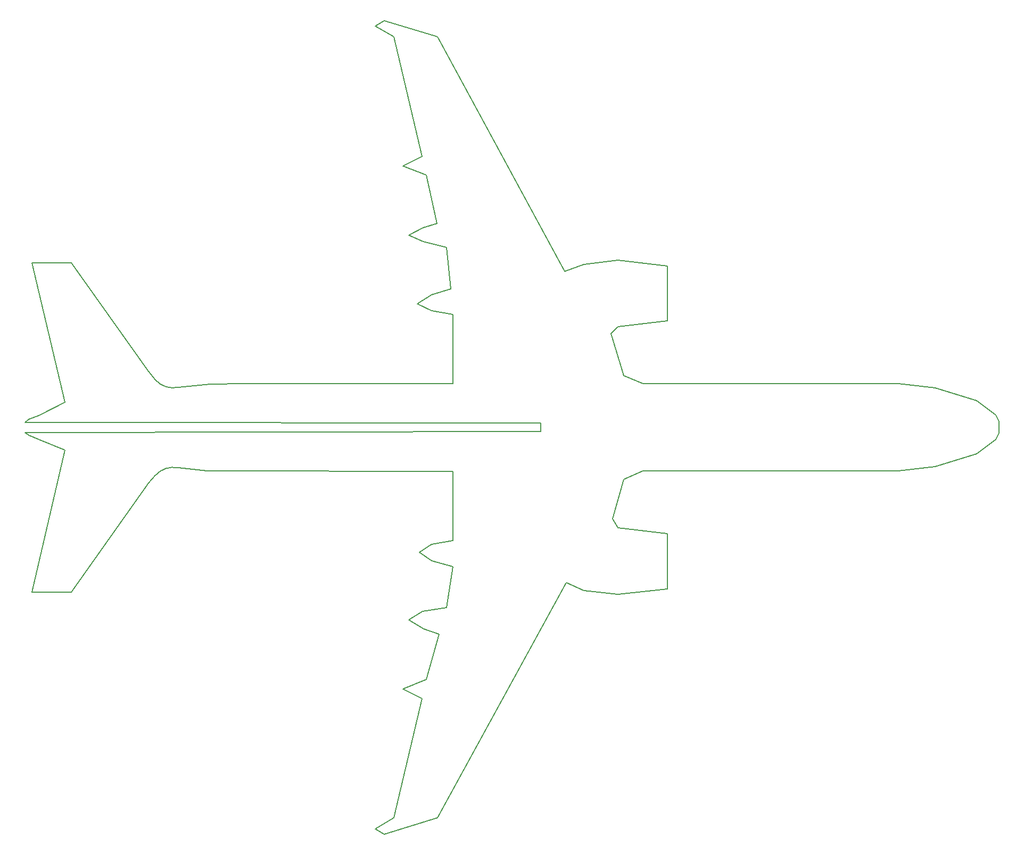
<source format=gm1>
%TF.GenerationSoftware,KiCad,Pcbnew,7.0.10*%
%TF.CreationDate,2024-11-15T17:15:35-05:00*%
%TF.ProjectId,plane,706c616e-652e-46b6-9963-61645f706362,rev?*%
%TF.SameCoordinates,Original*%
%TF.FileFunction,Profile,NP*%
%FSLAX46Y46*%
G04 Gerber Fmt 4.6, Leading zero omitted, Abs format (unit mm)*
G04 Created by KiCad (PCBNEW 7.0.10) date 2024-11-15 17:15:35*
%MOMM*%
%LPD*%
G01*
G04 APERTURE LIST*
%TA.AperFunction,Profile*%
%ADD10C,0.200000*%
%TD*%
%ADD11C,0.200000*%
G04 APERTURE END LIST*
D10*
X108198816Y-123240546D02*
X108199032Y-121907174D01*
X90024649Y-162737028D02*
X92077219Y-155489773D01*
X92077219Y-155489773D02*
X89555812Y-154663441D01*
X87185043Y-153196285D02*
X89555812Y-154663441D01*
X89439217Y-151874873D02*
X87185043Y-153196285D01*
X94247102Y-140568975D02*
X90863321Y-141174758D01*
X88900000Y-142439987D02*
X90863321Y-141174758D01*
X88900000Y-142439987D02*
X90882118Y-143829413D01*
X94253433Y-144713848D02*
X90882118Y-143829413D01*
X170971568Y-128802453D02*
X165096288Y-129538916D01*
X177575568Y-126770453D02*
X170971568Y-128802453D01*
X181131568Y-123468453D02*
X180623568Y-124484453D01*
X180623568Y-124484453D02*
X177575568Y-126770453D01*
X181102000Y-121666000D02*
X181131568Y-123468453D01*
X119380000Y-107696000D02*
X120525945Y-106578618D01*
X121378831Y-114338573D02*
X119380000Y-107696000D01*
X128394056Y-96910465D02*
X120525945Y-96009739D01*
X128394056Y-96910465D02*
X128394056Y-105652810D01*
X90024649Y-82447880D02*
X91694000Y-90170000D01*
X89492553Y-90847624D02*
X91694000Y-90170000D01*
X90863321Y-101501108D02*
X93922839Y-100593842D01*
X90863321Y-101501108D02*
X90863321Y-101501108D01*
X88550214Y-102947322D02*
X90863321Y-104010150D01*
X88550214Y-102947322D02*
X90863321Y-101501108D01*
X94247102Y-129592906D02*
X55118001Y-129491059D01*
X180594000Y-120650000D02*
X181102000Y-121666000D01*
X177546000Y-118364000D02*
X180594000Y-120650000D01*
X170942000Y-116332000D02*
X177546000Y-118364000D01*
X165096288Y-115645992D02*
X170942000Y-116332000D01*
X86312092Y-164219050D02*
X90024649Y-162737028D01*
X46916972Y-115043151D02*
X45831089Y-113686831D01*
X32512000Y-126238000D02*
X28402318Y-124532936D01*
X46916954Y-115043167D02*
G75*
G03*
X50525603Y-116214018I2802546J2491167D01*
G01*
X27287262Y-96396927D02*
X32512000Y-118618000D01*
D11*
X164697634Y-129540000D02*
X164909574Y-129539938D01*
X165096288Y-129538916D01*
D10*
X87185043Y-91988622D02*
X89492553Y-93007027D01*
X55118001Y-129491059D02*
X50546000Y-129032001D01*
X81884685Y-58695198D02*
X84820409Y-60429945D01*
X112014000Y-97790000D02*
X115027402Y-96656729D01*
X128394056Y-105652810D02*
X120525945Y-106578618D01*
X33573370Y-96396927D02*
X45831089Y-113686831D01*
X27287262Y-148787980D02*
X32512000Y-126238000D01*
X94247102Y-104615933D02*
X90863321Y-104010150D01*
X94247102Y-140568975D02*
X94247102Y-129592906D01*
X128394056Y-139532097D02*
X120525945Y-138606290D01*
X89439217Y-151874873D02*
X93227257Y-151261013D01*
X83352547Y-187300799D02*
X91826116Y-184754963D01*
X27287262Y-148787980D02*
X33573370Y-148787980D01*
X33573370Y-148787980D02*
X45831089Y-131498077D01*
X61061644Y-115592002D02*
X55614176Y-115740306D01*
X89322509Y-165707617D02*
X86312092Y-164219050D01*
X94247102Y-104615933D02*
X94247102Y-115592002D01*
X32512000Y-118618000D02*
X28355295Y-120665442D01*
X128394056Y-148274443D02*
X128394056Y-139532097D01*
X84820409Y-184754963D02*
X89322509Y-165707617D01*
X112268000Y-147320000D02*
X115027402Y-148528179D01*
X89492553Y-90847624D02*
X87185043Y-91988622D01*
X28355295Y-120665442D02*
X26759484Y-121331152D01*
D11*
X164697634Y-115644907D02*
X164909574Y-115644969D01*
X165096288Y-115645992D01*
D10*
X26181779Y-123407090D02*
X108198816Y-123240546D01*
X27287262Y-96396927D02*
X33573370Y-96396927D01*
X46937369Y-130202868D02*
X45831089Y-131498077D01*
X50545997Y-129032017D02*
G75*
G03*
X46937370Y-130202869I-806097J-3661983D01*
G01*
X55614176Y-115740306D02*
X50525603Y-116214019D01*
X93922839Y-100593842D02*
X93227257Y-93923895D01*
X115027402Y-148528179D02*
X120525945Y-149175169D01*
X89322509Y-79477291D02*
X86312092Y-80965858D01*
X115027402Y-96656729D02*
X120525945Y-96009739D01*
X81884685Y-58695198D02*
X83352547Y-57884109D01*
X120525945Y-138606290D02*
X119634000Y-137160000D01*
X26742220Y-123840408D02*
X28402318Y-124532936D01*
X121378831Y-114338573D02*
X124460000Y-115644907D01*
X119634000Y-137160000D02*
X121378831Y-130846335D01*
X81884685Y-186489710D02*
X83352547Y-187300799D01*
X94253433Y-144713848D02*
X93227257Y-151261013D01*
X91826116Y-60429945D02*
X112014000Y-97790000D01*
X120525945Y-149175169D02*
X128394056Y-148274443D01*
X26759484Y-121331152D02*
X26169787Y-121787090D01*
X84820409Y-60429945D02*
X89322509Y-79477291D01*
X91826116Y-184754963D02*
X112268000Y-147320000D01*
X124460000Y-115644907D02*
X164697634Y-115644907D01*
X89492553Y-93007027D02*
X93227257Y-93923895D01*
X124460000Y-129540000D02*
X164697634Y-129540000D01*
X83352547Y-57884109D02*
X91826116Y-60429945D01*
X26181779Y-123407090D02*
X26742220Y-123840408D01*
X26169787Y-121787090D02*
X108199032Y-121907174D01*
X121378831Y-130846335D02*
X124460000Y-129540000D01*
X86312092Y-80965858D02*
X90024649Y-82447880D01*
X94247102Y-115592002D02*
X61061644Y-115592002D01*
X81884685Y-186489710D02*
X84820409Y-184754963D01*
M02*

</source>
